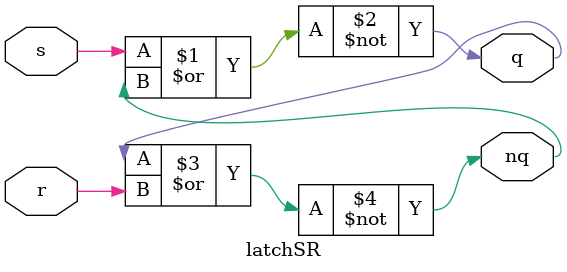
<source format=v>
/* * * * * * * * * * * * * * * * * * * * * * * * * * * * * * * * * * * * * * * 
 * Module: Latch SR                                                          * 
 * Verilog style: Structural                                                 * 
 * Reset: N/A                                                                * 
 * Author: Ricardo Menotti <menotti AT ufscar DOT br>                        * 
 * * * * * * * * * * * * * * * * * * * * * * * * * * * * * * * * * * * * * * */

module latchSR(
    input s, r, 
    output q, nq);
    
    nor (q, s, nq);
    nor (nq, q, r);
endmodule
</source>
